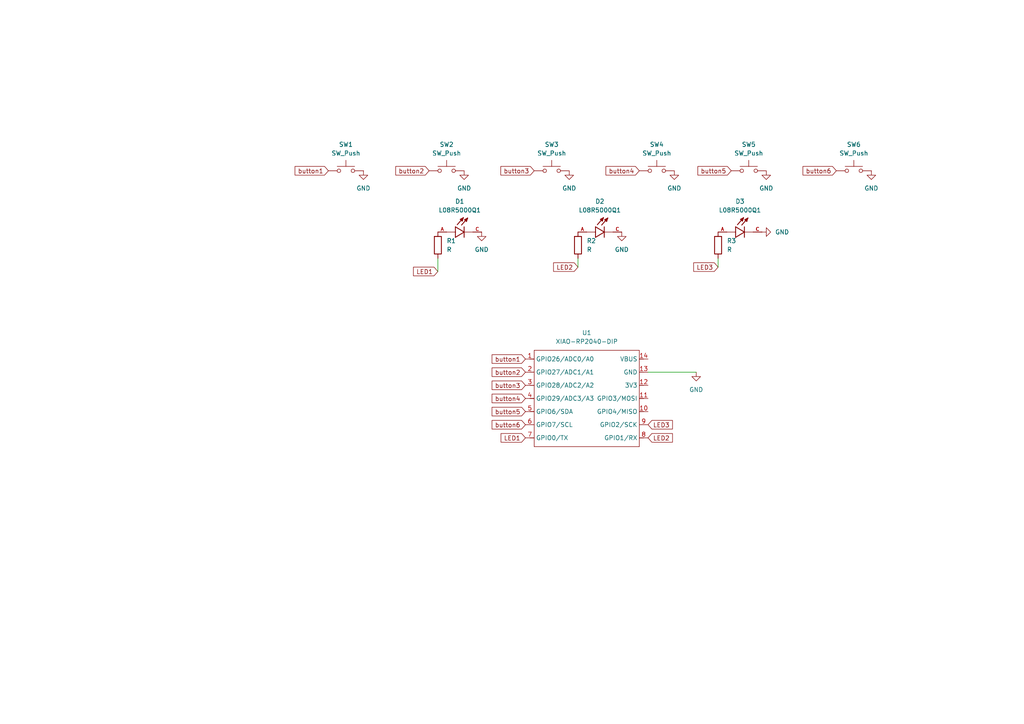
<source format=kicad_sch>
(kicad_sch
	(version 20250114)
	(generator "eeschema")
	(generator_version "9.0")
	(uuid "f60a7b3d-6eab-4da1-bfa8-a727d04b5d73")
	(paper "A4")
	(lib_symbols
		(symbol "Device:R"
			(pin_numbers
				(hide yes)
			)
			(pin_names
				(offset 0)
			)
			(exclude_from_sim no)
			(in_bom yes)
			(on_board yes)
			(property "Reference" "R"
				(at 2.032 0 90)
				(effects
					(font
						(size 1.27 1.27)
					)
				)
			)
			(property "Value" "R"
				(at 0 0 90)
				(effects
					(font
						(size 1.27 1.27)
					)
				)
			)
			(property "Footprint" ""
				(at -1.778 0 90)
				(effects
					(font
						(size 1.27 1.27)
					)
					(hide yes)
				)
			)
			(property "Datasheet" "~"
				(at 0 0 0)
				(effects
					(font
						(size 1.27 1.27)
					)
					(hide yes)
				)
			)
			(property "Description" "Resistor"
				(at 0 0 0)
				(effects
					(font
						(size 1.27 1.27)
					)
					(hide yes)
				)
			)
			(property "ki_keywords" "R res resistor"
				(at 0 0 0)
				(effects
					(font
						(size 1.27 1.27)
					)
					(hide yes)
				)
			)
			(property "ki_fp_filters" "R_*"
				(at 0 0 0)
				(effects
					(font
						(size 1.27 1.27)
					)
					(hide yes)
				)
			)
			(symbol "R_0_1"
				(rectangle
					(start -1.016 -2.54)
					(end 1.016 2.54)
					(stroke
						(width 0.254)
						(type default)
					)
					(fill
						(type none)
					)
				)
			)
			(symbol "R_1_1"
				(pin passive line
					(at 0 3.81 270)
					(length 1.27)
					(name "~"
						(effects
							(font
								(size 1.27 1.27)
							)
						)
					)
					(number "1"
						(effects
							(font
								(size 1.27 1.27)
							)
						)
					)
				)
				(pin passive line
					(at 0 -3.81 90)
					(length 1.27)
					(name "~"
						(effects
							(font
								(size 1.27 1.27)
							)
						)
					)
					(number "2"
						(effects
							(font
								(size 1.27 1.27)
							)
						)
					)
				)
			)
			(embedded_fonts no)
		)
		(symbol "L08R5000Q1:L08R5000Q1"
			(pin_names
				(offset 1.016)
			)
			(exclude_from_sim no)
			(in_bom yes)
			(on_board yes)
			(property "Reference" "D"
				(at -3.0988 4.4958 0)
				(effects
					(font
						(size 1.27 1.27)
					)
					(justify left bottom)
				)
			)
			(property "Value" "L08R5000Q1"
				(at -3.556 -3.302 0)
				(effects
					(font
						(size 1.27 1.27)
					)
					(justify left bottom)
				)
			)
			(property "Footprint" "L08R5000Q1:LEDRD254W57D500H1070"
				(at 0 0 0)
				(effects
					(font
						(size 1.27 1.27)
					)
					(justify bottom)
					(hide yes)
				)
			)
			(property "Datasheet" ""
				(at 0 0 0)
				(effects
					(font
						(size 1.27 1.27)
					)
					(hide yes)
				)
			)
			(property "Description" ""
				(at 0 0 0)
				(effects
					(font
						(size 1.27 1.27)
					)
					(hide yes)
				)
			)
			(property "MF" "LED Technology"
				(at 0 0 0)
				(effects
					(font
						(size 1.27 1.27)
					)
					(justify bottom)
					(hide yes)
				)
			)
			(property "MAXIMUM_PACKAGE_HEIGHT" "10.7mm"
				(at 0 0 0)
				(effects
					(font
						(size 1.27 1.27)
					)
					(justify bottom)
					(hide yes)
				)
			)
			(property "Package" "None"
				(at 0 0 0)
				(effects
					(font
						(size 1.27 1.27)
					)
					(justify bottom)
					(hide yes)
				)
			)
			(property "Price" "None"
				(at 0 0 0)
				(effects
					(font
						(size 1.27 1.27)
					)
					(justify bottom)
					(hide yes)
				)
			)
			(property "Check_prices" "https://www.snapeda.com/parts/L08R5000Q1/LED+Technology/view-part/?ref=eda"
				(at 0 0 0)
				(effects
					(font
						(size 1.27 1.27)
					)
					(justify bottom)
					(hide yes)
				)
			)
			(property "STANDARD" "IPC-7351B"
				(at 0 0 0)
				(effects
					(font
						(size 1.27 1.27)
					)
					(justify bottom)
					(hide yes)
				)
			)
			(property "PARTREV" "NA"
				(at 0 0 0)
				(effects
					(font
						(size 1.27 1.27)
					)
					(justify bottom)
					(hide yes)
				)
			)
			(property "SnapEDA_Link" "https://www.snapeda.com/parts/L08R5000Q1/LED+Technology/view-part/?ref=snap"
				(at 0 0 0)
				(effects
					(font
						(size 1.27 1.27)
					)
					(justify bottom)
					(hide yes)
				)
			)
			(property "MP" "L08R5000Q1"
				(at 0 0 0)
				(effects
					(font
						(size 1.27 1.27)
					)
					(justify bottom)
					(hide yes)
				)
			)
			(property "Description_1" "LED, 5MM, ORANGE; LED / Lamp Size: 5mm / T-1 3/4; LED Colour: Orange; Typ Luminous Intensity: 4.3mcd; Viewing Angle: ..."
				(at 0 0 0)
				(effects
					(font
						(size 1.27 1.27)
					)
					(justify bottom)
					(hide yes)
				)
			)
			(property "Availability" "Not in stock"
				(at 0 0 0)
				(effects
					(font
						(size 1.27 1.27)
					)
					(justify bottom)
					(hide yes)
				)
			)
			(property "MANUFACTURER" "LED TECHNOLOGY"
				(at 0 0 0)
				(effects
					(font
						(size 1.27 1.27)
					)
					(justify bottom)
					(hide yes)
				)
			)
			(symbol "L08R5000Q1_0_0"
				(polyline
					(pts
						(xy -2.54 1.524) (xy -2.54 0)
					)
					(stroke
						(width 0.254)
						(type default)
					)
					(fill
						(type none)
					)
				)
				(polyline
					(pts
						(xy -2.54 0) (xy -5.08 0)
					)
					(stroke
						(width 0.1524)
						(type default)
					)
					(fill
						(type none)
					)
				)
				(polyline
					(pts
						(xy -2.54 0) (xy -2.54 -1.524)
					)
					(stroke
						(width 0.254)
						(type default)
					)
					(fill
						(type none)
					)
				)
				(polyline
					(pts
						(xy -2.54 -1.524) (xy 0 0)
					)
					(stroke
						(width 0.254)
						(type default)
					)
					(fill
						(type none)
					)
				)
				(polyline
					(pts
						(xy -1.1176 3.683) (xy -0.2286 4.1656)
					)
					(stroke
						(width 0.254)
						(type default)
					)
					(fill
						(type none)
					)
				)
				(polyline
					(pts
						(xy -0.9398 3.6068) (xy -0.7112 3.7592)
					)
					(stroke
						(width 0.254)
						(type default)
					)
					(fill
						(type none)
					)
				)
				(polyline
					(pts
						(xy -0.5588 3.2004) (xy -1.1176 3.683)
					)
					(stroke
						(width 0.254)
						(type default)
					)
					(fill
						(type none)
					)
				)
				(polyline
					(pts
						(xy -0.5588 3.2004) (xy -0.5334 3.937)
					)
					(stroke
						(width 0.254)
						(type default)
					)
					(fill
						(type none)
					)
				)
				(polyline
					(pts
						(xy -0.5334 3.937) (xy -0.6604 3.937)
					)
					(stroke
						(width 0.254)
						(type default)
					)
					(fill
						(type none)
					)
				)
				(polyline
					(pts
						(xy -0.2286 4.1656) (xy -2.0066 2.1336)
					)
					(stroke
						(width 0.254)
						(type default)
					)
					(fill
						(type none)
					)
				)
				(polyline
					(pts
						(xy -0.2286 4.1656) (xy -0.5588 3.2004)
					)
					(stroke
						(width 0.254)
						(type default)
					)
					(fill
						(type none)
					)
				)
				(polyline
					(pts
						(xy 0 1.524) (xy 0 0)
					)
					(stroke
						(width 0.254)
						(type default)
					)
					(fill
						(type none)
					)
				)
				(polyline
					(pts
						(xy 0 0) (xy -2.54 1.524)
					)
					(stroke
						(width 0.254)
						(type default)
					)
					(fill
						(type none)
					)
				)
				(polyline
					(pts
						(xy 0 0) (xy 0 -1.524)
					)
					(stroke
						(width 0.254)
						(type default)
					)
					(fill
						(type none)
					)
				)
				(polyline
					(pts
						(xy 0.127 3.5814) (xy 1.016 4.064)
					)
					(stroke
						(width 0.254)
						(type default)
					)
					(fill
						(type none)
					)
				)
				(polyline
					(pts
						(xy 0.3048 3.5052) (xy 0.5334 3.6576)
					)
					(stroke
						(width 0.254)
						(type default)
					)
					(fill
						(type none)
					)
				)
				(polyline
					(pts
						(xy 0.6858 3.0988) (xy 0.127 3.5814)
					)
					(stroke
						(width 0.254)
						(type default)
					)
					(fill
						(type none)
					)
				)
				(polyline
					(pts
						(xy 0.6858 3.0988) (xy 0.7112 3.8354)
					)
					(stroke
						(width 0.254)
						(type default)
					)
					(fill
						(type none)
					)
				)
				(polyline
					(pts
						(xy 0.7112 3.8354) (xy 0.5842 3.8354)
					)
					(stroke
						(width 0.254)
						(type default)
					)
					(fill
						(type none)
					)
				)
				(polyline
					(pts
						(xy 1.016 4.064) (xy -0.762 2.032)
					)
					(stroke
						(width 0.254)
						(type default)
					)
					(fill
						(type none)
					)
				)
				(polyline
					(pts
						(xy 1.016 4.064) (xy 0.6858 3.0988)
					)
					(stroke
						(width 0.254)
						(type default)
					)
					(fill
						(type none)
					)
				)
				(polyline
					(pts
						(xy 2.54 0) (xy 0 0)
					)
					(stroke
						(width 0.1524)
						(type default)
					)
					(fill
						(type none)
					)
				)
				(pin passive line
					(at -7.62 0 0)
					(length 2.54)
					(name "~"
						(effects
							(font
								(size 1.016 1.016)
							)
						)
					)
					(number "A"
						(effects
							(font
								(size 1.016 1.016)
							)
						)
					)
				)
				(pin passive line
					(at 5.08 0 180)
					(length 2.54)
					(name "~"
						(effects
							(font
								(size 1.016 1.016)
							)
						)
					)
					(number "C"
						(effects
							(font
								(size 1.016 1.016)
							)
						)
					)
				)
			)
			(embedded_fonts no)
		)
		(symbol "Seeed_Studio_XIAO_Series:XIAO-RP2040-DIP"
			(exclude_from_sim no)
			(in_bom yes)
			(on_board yes)
			(property "Reference" "U"
				(at 0 0 0)
				(effects
					(font
						(size 1.27 1.27)
					)
				)
			)
			(property "Value" "XIAO-RP2040-DIP"
				(at 5.334 -1.778 0)
				(effects
					(font
						(size 1.27 1.27)
					)
				)
			)
			(property "Footprint" "Module:MOUDLE14P-XIAO-DIP-SMD"
				(at 14.478 -32.258 0)
				(effects
					(font
						(size 1.27 1.27)
					)
					(hide yes)
				)
			)
			(property "Datasheet" ""
				(at 0 0 0)
				(effects
					(font
						(size 1.27 1.27)
					)
					(hide yes)
				)
			)
			(property "Description" ""
				(at 0 0 0)
				(effects
					(font
						(size 1.27 1.27)
					)
					(hide yes)
				)
			)
			(symbol "XIAO-RP2040-DIP_1_0"
				(polyline
					(pts
						(xy -1.27 -2.54) (xy 29.21 -2.54)
					)
					(stroke
						(width 0.1524)
						(type solid)
					)
					(fill
						(type none)
					)
				)
				(polyline
					(pts
						(xy -1.27 -5.08) (xy -2.54 -5.08)
					)
					(stroke
						(width 0.1524)
						(type solid)
					)
					(fill
						(type none)
					)
				)
				(polyline
					(pts
						(xy -1.27 -5.08) (xy -1.27 -2.54)
					)
					(stroke
						(width 0.1524)
						(type solid)
					)
					(fill
						(type none)
					)
				)
				(polyline
					(pts
						(xy -1.27 -8.89) (xy -2.54 -8.89)
					)
					(stroke
						(width 0.1524)
						(type solid)
					)
					(fill
						(type none)
					)
				)
				(polyline
					(pts
						(xy -1.27 -8.89) (xy -1.27 -5.08)
					)
					(stroke
						(width 0.1524)
						(type solid)
					)
					(fill
						(type none)
					)
				)
				(polyline
					(pts
						(xy -1.27 -12.7) (xy -2.54 -12.7)
					)
					(stroke
						(width 0.1524)
						(type solid)
					)
					(fill
						(type none)
					)
				)
				(polyline
					(pts
						(xy -1.27 -12.7) (xy -1.27 -8.89)
					)
					(stroke
						(width 0.1524)
						(type solid)
					)
					(fill
						(type none)
					)
				)
				(polyline
					(pts
						(xy -1.27 -16.51) (xy -2.54 -16.51)
					)
					(stroke
						(width 0.1524)
						(type solid)
					)
					(fill
						(type none)
					)
				)
				(polyline
					(pts
						(xy -1.27 -16.51) (xy -1.27 -12.7)
					)
					(stroke
						(width 0.1524)
						(type solid)
					)
					(fill
						(type none)
					)
				)
				(polyline
					(pts
						(xy -1.27 -20.32) (xy -2.54 -20.32)
					)
					(stroke
						(width 0.1524)
						(type solid)
					)
					(fill
						(type none)
					)
				)
				(polyline
					(pts
						(xy -1.27 -24.13) (xy -2.54 -24.13)
					)
					(stroke
						(width 0.1524)
						(type solid)
					)
					(fill
						(type none)
					)
				)
				(polyline
					(pts
						(xy -1.27 -27.94) (xy -2.54 -27.94)
					)
					(stroke
						(width 0.1524)
						(type solid)
					)
					(fill
						(type none)
					)
				)
				(polyline
					(pts
						(xy -1.27 -30.48) (xy -1.27 -16.51)
					)
					(stroke
						(width 0.1524)
						(type solid)
					)
					(fill
						(type none)
					)
				)
				(polyline
					(pts
						(xy 29.21 -2.54) (xy 29.21 -5.08)
					)
					(stroke
						(width 0.1524)
						(type solid)
					)
					(fill
						(type none)
					)
				)
				(polyline
					(pts
						(xy 29.21 -5.08) (xy 29.21 -8.89)
					)
					(stroke
						(width 0.1524)
						(type solid)
					)
					(fill
						(type none)
					)
				)
				(polyline
					(pts
						(xy 29.21 -8.89) (xy 29.21 -12.7)
					)
					(stroke
						(width 0.1524)
						(type solid)
					)
					(fill
						(type none)
					)
				)
				(polyline
					(pts
						(xy 29.21 -12.7) (xy 29.21 -30.48)
					)
					(stroke
						(width 0.1524)
						(type solid)
					)
					(fill
						(type none)
					)
				)
				(polyline
					(pts
						(xy 29.21 -30.48) (xy -1.27 -30.48)
					)
					(stroke
						(width 0.1524)
						(type solid)
					)
					(fill
						(type none)
					)
				)
				(polyline
					(pts
						(xy 30.48 -5.08) (xy 29.21 -5.08)
					)
					(stroke
						(width 0.1524)
						(type solid)
					)
					(fill
						(type none)
					)
				)
				(polyline
					(pts
						(xy 30.48 -8.89) (xy 29.21 -8.89)
					)
					(stroke
						(width 0.1524)
						(type solid)
					)
					(fill
						(type none)
					)
				)
				(polyline
					(pts
						(xy 30.48 -12.7) (xy 29.21 -12.7)
					)
					(stroke
						(width 0.1524)
						(type solid)
					)
					(fill
						(type none)
					)
				)
				(polyline
					(pts
						(xy 30.48 -16.51) (xy 29.21 -16.51)
					)
					(stroke
						(width 0.1524)
						(type solid)
					)
					(fill
						(type none)
					)
				)
				(polyline
					(pts
						(xy 30.48 -20.32) (xy 29.21 -20.32)
					)
					(stroke
						(width 0.1524)
						(type solid)
					)
					(fill
						(type none)
					)
				)
				(polyline
					(pts
						(xy 30.48 -24.13) (xy 29.21 -24.13)
					)
					(stroke
						(width 0.1524)
						(type solid)
					)
					(fill
						(type none)
					)
				)
				(polyline
					(pts
						(xy 30.48 -27.94) (xy 29.21 -27.94)
					)
					(stroke
						(width 0.1524)
						(type solid)
					)
					(fill
						(type none)
					)
				)
				(pin passive line
					(at -3.81 -5.08 0)
					(length 2.54)
					(name "GPIO26/ADC0/A0"
						(effects
							(font
								(size 1.27 1.27)
							)
						)
					)
					(number "1"
						(effects
							(font
								(size 1.27 1.27)
							)
						)
					)
				)
				(pin passive line
					(at -3.81 -8.89 0)
					(length 2.54)
					(name "GPIO27/ADC1/A1"
						(effects
							(font
								(size 1.27 1.27)
							)
						)
					)
					(number "2"
						(effects
							(font
								(size 1.27 1.27)
							)
						)
					)
				)
				(pin passive line
					(at -3.81 -12.7 0)
					(length 2.54)
					(name "GPIO28/ADC2/A2"
						(effects
							(font
								(size 1.27 1.27)
							)
						)
					)
					(number "3"
						(effects
							(font
								(size 1.27 1.27)
							)
						)
					)
				)
				(pin passive line
					(at -3.81 -16.51 0)
					(length 2.54)
					(name "GPIO29/ADC3/A3"
						(effects
							(font
								(size 1.27 1.27)
							)
						)
					)
					(number "4"
						(effects
							(font
								(size 1.27 1.27)
							)
						)
					)
				)
				(pin passive line
					(at -3.81 -20.32 0)
					(length 2.54)
					(name "GPIO6/SDA"
						(effects
							(font
								(size 1.27 1.27)
							)
						)
					)
					(number "5"
						(effects
							(font
								(size 1.27 1.27)
							)
						)
					)
				)
				(pin passive line
					(at -3.81 -24.13 0)
					(length 2.54)
					(name "GPIO7/SCL"
						(effects
							(font
								(size 1.27 1.27)
							)
						)
					)
					(number "6"
						(effects
							(font
								(size 1.27 1.27)
							)
						)
					)
				)
				(pin passive line
					(at -3.81 -27.94 0)
					(length 2.54)
					(name "GPIO0/TX"
						(effects
							(font
								(size 1.27 1.27)
							)
						)
					)
					(number "7"
						(effects
							(font
								(size 1.27 1.27)
							)
						)
					)
				)
				(pin passive line
					(at 31.75 -5.08 180)
					(length 2.54)
					(name "VBUS"
						(effects
							(font
								(size 1.27 1.27)
							)
						)
					)
					(number "14"
						(effects
							(font
								(size 1.27 1.27)
							)
						)
					)
				)
				(pin passive line
					(at 31.75 -8.89 180)
					(length 2.54)
					(name "GND"
						(effects
							(font
								(size 1.27 1.27)
							)
						)
					)
					(number "13"
						(effects
							(font
								(size 1.27 1.27)
							)
						)
					)
				)
				(pin passive line
					(at 31.75 -12.7 180)
					(length 2.54)
					(name "3V3"
						(effects
							(font
								(size 1.27 1.27)
							)
						)
					)
					(number "12"
						(effects
							(font
								(size 1.27 1.27)
							)
						)
					)
				)
				(pin passive line
					(at 31.75 -16.51 180)
					(length 2.54)
					(name "GPIO3/MOSI"
						(effects
							(font
								(size 1.27 1.27)
							)
						)
					)
					(number "11"
						(effects
							(font
								(size 1.27 1.27)
							)
						)
					)
				)
				(pin passive line
					(at 31.75 -20.32 180)
					(length 2.54)
					(name "GPIO4/MISO"
						(effects
							(font
								(size 1.27 1.27)
							)
						)
					)
					(number "10"
						(effects
							(font
								(size 1.27 1.27)
							)
						)
					)
				)
				(pin passive line
					(at 31.75 -24.13 180)
					(length 2.54)
					(name "GPIO2/SCK"
						(effects
							(font
								(size 1.27 1.27)
							)
						)
					)
					(number "9"
						(effects
							(font
								(size 1.27 1.27)
							)
						)
					)
				)
				(pin passive line
					(at 31.75 -27.94 180)
					(length 2.54)
					(name "GPIO1/RX"
						(effects
							(font
								(size 1.27 1.27)
							)
						)
					)
					(number "8"
						(effects
							(font
								(size 1.27 1.27)
							)
						)
					)
				)
			)
			(embedded_fonts no)
		)
		(symbol "Switch:SW_Push"
			(pin_numbers
				(hide yes)
			)
			(pin_names
				(offset 1.016)
				(hide yes)
			)
			(exclude_from_sim no)
			(in_bom yes)
			(on_board yes)
			(property "Reference" "SW"
				(at 1.27 2.54 0)
				(effects
					(font
						(size 1.27 1.27)
					)
					(justify left)
				)
			)
			(property "Value" "SW_Push"
				(at 0 -1.524 0)
				(effects
					(font
						(size 1.27 1.27)
					)
				)
			)
			(property "Footprint" ""
				(at 0 5.08 0)
				(effects
					(font
						(size 1.27 1.27)
					)
					(hide yes)
				)
			)
			(property "Datasheet" "~"
				(at 0 5.08 0)
				(effects
					(font
						(size 1.27 1.27)
					)
					(hide yes)
				)
			)
			(property "Description" "Push button switch, generic, two pins"
				(at 0 0 0)
				(effects
					(font
						(size 1.27 1.27)
					)
					(hide yes)
				)
			)
			(property "ki_keywords" "switch normally-open pushbutton push-button"
				(at 0 0 0)
				(effects
					(font
						(size 1.27 1.27)
					)
					(hide yes)
				)
			)
			(symbol "SW_Push_0_1"
				(circle
					(center -2.032 0)
					(radius 0.508)
					(stroke
						(width 0)
						(type default)
					)
					(fill
						(type none)
					)
				)
				(polyline
					(pts
						(xy 0 1.27) (xy 0 3.048)
					)
					(stroke
						(width 0)
						(type default)
					)
					(fill
						(type none)
					)
				)
				(circle
					(center 2.032 0)
					(radius 0.508)
					(stroke
						(width 0)
						(type default)
					)
					(fill
						(type none)
					)
				)
				(polyline
					(pts
						(xy 2.54 1.27) (xy -2.54 1.27)
					)
					(stroke
						(width 0)
						(type default)
					)
					(fill
						(type none)
					)
				)
				(pin passive line
					(at -5.08 0 0)
					(length 2.54)
					(name "1"
						(effects
							(font
								(size 1.27 1.27)
							)
						)
					)
					(number "1"
						(effects
							(font
								(size 1.27 1.27)
							)
						)
					)
				)
				(pin passive line
					(at 5.08 0 180)
					(length 2.54)
					(name "2"
						(effects
							(font
								(size 1.27 1.27)
							)
						)
					)
					(number "2"
						(effects
							(font
								(size 1.27 1.27)
							)
						)
					)
				)
			)
			(embedded_fonts no)
		)
		(symbol "power:GND"
			(power)
			(pin_numbers
				(hide yes)
			)
			(pin_names
				(offset 0)
				(hide yes)
			)
			(exclude_from_sim no)
			(in_bom yes)
			(on_board yes)
			(property "Reference" "#PWR"
				(at 0 -6.35 0)
				(effects
					(font
						(size 1.27 1.27)
					)
					(hide yes)
				)
			)
			(property "Value" "GND"
				(at 0 -3.81 0)
				(effects
					(font
						(size 1.27 1.27)
					)
				)
			)
			(property "Footprint" ""
				(at 0 0 0)
				(effects
					(font
						(size 1.27 1.27)
					)
					(hide yes)
				)
			)
			(property "Datasheet" ""
				(at 0 0 0)
				(effects
					(font
						(size 1.27 1.27)
					)
					(hide yes)
				)
			)
			(property "Description" "Power symbol creates a global label with name \"GND\" , ground"
				(at 0 0 0)
				(effects
					(font
						(size 1.27 1.27)
					)
					(hide yes)
				)
			)
			(property "ki_keywords" "global power"
				(at 0 0 0)
				(effects
					(font
						(size 1.27 1.27)
					)
					(hide yes)
				)
			)
			(symbol "GND_0_1"
				(polyline
					(pts
						(xy 0 0) (xy 0 -1.27) (xy 1.27 -1.27) (xy 0 -2.54) (xy -1.27 -1.27) (xy 0 -1.27)
					)
					(stroke
						(width 0)
						(type default)
					)
					(fill
						(type none)
					)
				)
			)
			(symbol "GND_1_1"
				(pin power_in line
					(at 0 0 270)
					(length 0)
					(name "~"
						(effects
							(font
								(size 1.27 1.27)
							)
						)
					)
					(number "1"
						(effects
							(font
								(size 1.27 1.27)
							)
						)
					)
				)
			)
			(embedded_fonts no)
		)
	)
	(wire
		(pts
			(xy 208.28 77.47) (xy 208.28 74.93)
		)
		(stroke
			(width 0)
			(type default)
		)
		(uuid "2c5396a9-a5a7-4dd8-82e4-9595fb6e3435")
	)
	(wire
		(pts
			(xy 167.64 77.47) (xy 167.64 74.93)
		)
		(stroke
			(width 0)
			(type default)
		)
		(uuid "53a97ba8-bd70-4a4e-b9ef-72d587626a3e")
	)
	(wire
		(pts
			(xy 201.93 107.95) (xy 187.96 107.95)
		)
		(stroke
			(width 0)
			(type default)
		)
		(uuid "93de8633-0c53-487a-bbeb-941912a3db5a")
	)
	(wire
		(pts
			(xy 127 78.74) (xy 127 74.93)
		)
		(stroke
			(width 0)
			(type default)
		)
		(uuid "bf024f61-00c9-4673-9816-d34d24569139")
	)
	(global_label "button2"
		(shape input)
		(at 124.46 49.53 180)
		(fields_autoplaced yes)
		(effects
			(font
				(size 1.27 1.27)
			)
			(justify right)
		)
		(uuid "02b84bb4-0660-461d-9fd8-fda8216c94bc")
		(property "Intersheetrefs" "${INTERSHEET_REFS}"
			(at 114.2179 49.53 0)
			(effects
				(font
					(size 1.27 1.27)
				)
				(justify right)
				(hide yes)
			)
		)
	)
	(global_label "LED3"
		(shape input)
		(at 187.96 123.19 0)
		(fields_autoplaced yes)
		(effects
			(font
				(size 1.27 1.27)
			)
			(justify left)
		)
		(uuid "042d9149-13bc-48a5-a03b-19c8780436c4")
		(property "Intersheetrefs" "${INTERSHEET_REFS}"
			(at 195.6018 123.19 0)
			(effects
				(font
					(size 1.27 1.27)
				)
				(justify left)
				(hide yes)
			)
		)
	)
	(global_label "LED2"
		(shape input)
		(at 167.64 77.47 180)
		(fields_autoplaced yes)
		(effects
			(font
				(size 1.27 1.27)
			)
			(justify right)
		)
		(uuid "0ee11381-83f8-4936-927a-15f1304fea29")
		(property "Intersheetrefs" "${INTERSHEET_REFS}"
			(at 159.9982 77.47 0)
			(effects
				(font
					(size 1.27 1.27)
				)
				(justify right)
				(hide yes)
			)
		)
	)
	(global_label "button6"
		(shape input)
		(at 242.57 49.53 180)
		(fields_autoplaced yes)
		(effects
			(font
				(size 1.27 1.27)
			)
			(justify right)
		)
		(uuid "13cf482f-f41a-4cb5-95aa-b1e0af2e127d")
		(property "Intersheetrefs" "${INTERSHEET_REFS}"
			(at 232.3279 49.53 0)
			(effects
				(font
					(size 1.27 1.27)
				)
				(justify right)
				(hide yes)
			)
		)
	)
	(global_label "button6"
		(shape input)
		(at 152.4 123.19 180)
		(fields_autoplaced yes)
		(effects
			(font
				(size 1.27 1.27)
			)
			(justify right)
		)
		(uuid "2453e3f1-c5dd-496d-b662-cafac14d471e")
		(property "Intersheetrefs" "${INTERSHEET_REFS}"
			(at 142.1579 123.19 0)
			(effects
				(font
					(size 1.27 1.27)
				)
				(justify right)
				(hide yes)
			)
		)
	)
	(global_label "LED1"
		(shape input)
		(at 152.4 127 180)
		(fields_autoplaced yes)
		(effects
			(font
				(size 1.27 1.27)
			)
			(justify right)
		)
		(uuid "2667025c-5d56-49d2-9d7c-6cca8fb1b17c")
		(property "Intersheetrefs" "${INTERSHEET_REFS}"
			(at 144.7582 127 0)
			(effects
				(font
					(size 1.27 1.27)
				)
				(justify right)
				(hide yes)
			)
		)
	)
	(global_label "LED3"
		(shape input)
		(at 208.28 77.47 180)
		(fields_autoplaced yes)
		(effects
			(font
				(size 1.27 1.27)
			)
			(justify right)
		)
		(uuid "45102f05-fe12-4eea-8b74-05abaa1aae5b")
		(property "Intersheetrefs" "${INTERSHEET_REFS}"
			(at 200.6382 77.47 0)
			(effects
				(font
					(size 1.27 1.27)
				)
				(justify right)
				(hide yes)
			)
		)
	)
	(global_label "button3"
		(shape input)
		(at 152.4 111.76 180)
		(fields_autoplaced yes)
		(effects
			(font
				(size 1.27 1.27)
			)
			(justify right)
		)
		(uuid "56edf6b5-37a6-4cd6-819c-9d8df5692727")
		(property "Intersheetrefs" "${INTERSHEET_REFS}"
			(at 142.1579 111.76 0)
			(effects
				(font
					(size 1.27 1.27)
				)
				(justify right)
				(hide yes)
			)
		)
	)
	(global_label "button4"
		(shape input)
		(at 152.4 115.57 180)
		(fields_autoplaced yes)
		(effects
			(font
				(size 1.27 1.27)
			)
			(justify right)
		)
		(uuid "6d3e5271-2475-4053-b456-2315c8b9c951")
		(property "Intersheetrefs" "${INTERSHEET_REFS}"
			(at 142.1579 115.57 0)
			(effects
				(font
					(size 1.27 1.27)
				)
				(justify right)
				(hide yes)
			)
		)
	)
	(global_label "button1"
		(shape input)
		(at 95.25 49.53 180)
		(fields_autoplaced yes)
		(effects
			(font
				(size 1.27 1.27)
			)
			(justify right)
		)
		(uuid "7c050213-3683-4dc7-874f-7c94c4002f1e")
		(property "Intersheetrefs" "${INTERSHEET_REFS}"
			(at 85.0079 49.53 0)
			(effects
				(font
					(size 1.27 1.27)
				)
				(justify right)
				(hide yes)
			)
		)
	)
	(global_label "button4"
		(shape input)
		(at 185.42 49.53 180)
		(fields_autoplaced yes)
		(effects
			(font
				(size 1.27 1.27)
			)
			(justify right)
		)
		(uuid "89089168-a1cc-4553-a46e-735208543665")
		(property "Intersheetrefs" "${INTERSHEET_REFS}"
			(at 175.1779 49.53 0)
			(effects
				(font
					(size 1.27 1.27)
				)
				(justify right)
				(hide yes)
			)
		)
	)
	(global_label "button5"
		(shape input)
		(at 152.4 119.38 180)
		(fields_autoplaced yes)
		(effects
			(font
				(size 1.27 1.27)
			)
			(justify right)
		)
		(uuid "9b384f15-4631-42a2-9279-ece9c601b759")
		(property "Intersheetrefs" "${INTERSHEET_REFS}"
			(at 142.1579 119.38 0)
			(effects
				(font
					(size 1.27 1.27)
				)
				(justify right)
				(hide yes)
			)
		)
	)
	(global_label "button2"
		(shape input)
		(at 152.4 107.95 180)
		(fields_autoplaced yes)
		(effects
			(font
				(size 1.27 1.27)
			)
			(justify right)
		)
		(uuid "a99399fa-7b6d-4fba-8832-d93e529e8ecf")
		(property "Intersheetrefs" "${INTERSHEET_REFS}"
			(at 142.1579 107.95 0)
			(effects
				(font
					(size 1.27 1.27)
				)
				(justify right)
				(hide yes)
			)
		)
	)
	(global_label "button5"
		(shape input)
		(at 212.09 49.53 180)
		(fields_autoplaced yes)
		(effects
			(font
				(size 1.27 1.27)
			)
			(justify right)
		)
		(uuid "adff74ba-71df-4dfb-b2b1-5db18f38d09c")
		(property "Intersheetrefs" "${INTERSHEET_REFS}"
			(at 201.8479 49.53 0)
			(effects
				(font
					(size 1.27 1.27)
				)
				(justify right)
				(hide yes)
			)
		)
	)
	(global_label "button3"
		(shape input)
		(at 154.94 49.53 180)
		(fields_autoplaced yes)
		(effects
			(font
				(size 1.27 1.27)
			)
			(justify right)
		)
		(uuid "c59e89b8-43ac-43bd-b284-1a5f365a674c")
		(property "Intersheetrefs" "${INTERSHEET_REFS}"
			(at 144.6979 49.53 0)
			(effects
				(font
					(size 1.27 1.27)
				)
				(justify right)
				(hide yes)
			)
		)
	)
	(global_label "LED2"
		(shape input)
		(at 187.96 127 0)
		(fields_autoplaced yes)
		(effects
			(font
				(size 1.27 1.27)
			)
			(justify left)
		)
		(uuid "c935c8f9-c4d9-4a60-b1c7-ed828d9e9892")
		(property "Intersheetrefs" "${INTERSHEET_REFS}"
			(at 195.6018 127 0)
			(effects
				(font
					(size 1.27 1.27)
				)
				(justify left)
				(hide yes)
			)
		)
	)
	(global_label "button1"
		(shape input)
		(at 152.4 104.14 180)
		(fields_autoplaced yes)
		(effects
			(font
				(size 1.27 1.27)
			)
			(justify right)
		)
		(uuid "d2c98324-e0f0-4aaf-b23c-df2471eb59ac")
		(property "Intersheetrefs" "${INTERSHEET_REFS}"
			(at 142.1579 104.14 0)
			(effects
				(font
					(size 1.27 1.27)
				)
				(justify right)
				(hide yes)
			)
		)
	)
	(global_label "LED1"
		(shape input)
		(at 127 78.74 180)
		(fields_autoplaced yes)
		(effects
			(font
				(size 1.27 1.27)
			)
			(justify right)
		)
		(uuid "f3e47a7d-03f9-4f52-a65e-e0cdc7ab673d")
		(property "Intersheetrefs" "${INTERSHEET_REFS}"
			(at 119.3582 78.74 0)
			(effects
				(font
					(size 1.27 1.27)
				)
				(justify right)
				(hide yes)
			)
		)
	)
	(symbol
		(lib_id "power:GND")
		(at 220.98 67.31 90)
		(unit 1)
		(exclude_from_sim no)
		(in_bom yes)
		(on_board yes)
		(dnp no)
		(fields_autoplaced yes)
		(uuid "171c5464-8834-476b-8d06-4141e7d41041")
		(property "Reference" "#PWR09"
			(at 227.33 67.31 0)
			(effects
				(font
					(size 1.27 1.27)
				)
				(hide yes)
			)
		)
		(property "Value" "GND"
			(at 224.79 67.3099 90)
			(effects
				(font
					(size 1.27 1.27)
				)
				(justify right)
			)
		)
		(property "Footprint" ""
			(at 220.98 67.31 0)
			(effects
				(font
					(size 1.27 1.27)
				)
				(hide yes)
			)
		)
		(property "Datasheet" ""
			(at 220.98 67.31 0)
			(effects
				(font
					(size 1.27 1.27)
				)
				(hide yes)
			)
		)
		(property "Description" "Power symbol creates a global label with name \"GND\" , ground"
			(at 220.98 67.31 0)
			(effects
				(font
					(size 1.27 1.27)
				)
				(hide yes)
			)
		)
		(pin "1"
			(uuid "90d0b6fd-b2fc-40d8-bf0a-adc2ca223776")
		)
		(instances
			(project ""
				(path "/f60a7b3d-6eab-4da1-bfa8-a727d04b5d73"
					(reference "#PWR09")
					(unit 1)
				)
			)
		)
	)
	(symbol
		(lib_id "Switch:SW_Push")
		(at 100.33 49.53 0)
		(unit 1)
		(exclude_from_sim no)
		(in_bom yes)
		(on_board yes)
		(dnp no)
		(uuid "172f49f9-f121-4426-9dd2-6b24aada2bd0")
		(property "Reference" "SW1"
			(at 100.33 41.91 0)
			(effects
				(font
					(size 1.27 1.27)
				)
			)
		)
		(property "Value" "SW_Push"
			(at 100.33 44.45 0)
			(effects
				(font
					(size 1.27 1.27)
				)
			)
		)
		(property "Footprint" ""
			(at 100.33 44.45 0)
			(effects
				(font
					(size 1.27 1.27)
				)
				(hide yes)
			)
		)
		(property "Datasheet" "~"
			(at 100.33 44.45 0)
			(effects
				(font
					(size 1.27 1.27)
				)
				(hide yes)
			)
		)
		(property "Description" "Push button switch, generic, two pins"
			(at 100.33 49.53 0)
			(effects
				(font
					(size 1.27 1.27)
				)
				(hide yes)
			)
		)
		(pin "1"
			(uuid "4547fbb4-31e5-4146-a99a-8ffc1a51ab18")
		)
		(pin "2"
			(uuid "caa95da6-fd1f-4450-a408-b73040614b95")
		)
		(instances
			(project ""
				(path "/f60a7b3d-6eab-4da1-bfa8-a727d04b5d73"
					(reference "SW1")
					(unit 1)
				)
			)
		)
	)
	(symbol
		(lib_id "Switch:SW_Push")
		(at 247.65 49.53 0)
		(unit 1)
		(exclude_from_sim no)
		(in_bom yes)
		(on_board yes)
		(dnp no)
		(fields_autoplaced yes)
		(uuid "1a2eb125-8f6c-41d4-a141-94cd716c3d67")
		(property "Reference" "SW6"
			(at 247.65 41.91 0)
			(effects
				(font
					(size 1.27 1.27)
				)
			)
		)
		(property "Value" "SW_Push"
			(at 247.65 44.45 0)
			(effects
				(font
					(size 1.27 1.27)
				)
			)
		)
		(property "Footprint" ""
			(at 247.65 44.45 0)
			(effects
				(font
					(size 1.27 1.27)
				)
				(hide yes)
			)
		)
		(property "Datasheet" "~"
			(at 247.65 44.45 0)
			(effects
				(font
					(size 1.27 1.27)
				)
				(hide yes)
			)
		)
		(property "Description" "Push button switch, generic, two pins"
			(at 247.65 49.53 0)
			(effects
				(font
					(size 1.27 1.27)
				)
				(hide yes)
			)
		)
		(pin "2"
			(uuid "5588525e-7181-458c-a338-f75577e10faf")
		)
		(pin "1"
			(uuid "ad70e5ce-e60b-40a4-8ef5-94a91ee7ec54")
		)
		(instances
			(project ""
				(path "/f60a7b3d-6eab-4da1-bfa8-a727d04b5d73"
					(reference "SW6")
					(unit 1)
				)
			)
		)
	)
	(symbol
		(lib_id "Switch:SW_Push")
		(at 217.17 49.53 0)
		(unit 1)
		(exclude_from_sim no)
		(in_bom yes)
		(on_board yes)
		(dnp no)
		(fields_autoplaced yes)
		(uuid "27a7b05c-cd2e-470d-a651-b2fc0dcad390")
		(property "Reference" "SW5"
			(at 217.17 41.91 0)
			(effects
				(font
					(size 1.27 1.27)
				)
			)
		)
		(property "Value" "SW_Push"
			(at 217.17 44.45 0)
			(effects
				(font
					(size 1.27 1.27)
				)
			)
		)
		(property "Footprint" ""
			(at 217.17 44.45 0)
			(effects
				(font
					(size 1.27 1.27)
				)
				(hide yes)
			)
		)
		(property "Datasheet" "~"
			(at 217.17 44.45 0)
			(effects
				(font
					(size 1.27 1.27)
				)
				(hide yes)
			)
		)
		(property "Description" "Push button switch, generic, two pins"
			(at 217.17 49.53 0)
			(effects
				(font
					(size 1.27 1.27)
				)
				(hide yes)
			)
		)
		(pin "1"
			(uuid "5765df96-8e1b-4e0f-8d9d-a84830880c52")
		)
		(pin "2"
			(uuid "64fb7a7c-cfe7-481a-a8ac-662243611e08")
		)
		(instances
			(project ""
				(path "/f60a7b3d-6eab-4da1-bfa8-a727d04b5d73"
					(reference "SW5")
					(unit 1)
				)
			)
		)
	)
	(symbol
		(lib_id "power:GND")
		(at 134.62 49.53 0)
		(unit 1)
		(exclude_from_sim no)
		(in_bom yes)
		(on_board yes)
		(dnp no)
		(fields_autoplaced yes)
		(uuid "2c770627-85a4-4bb5-87e2-6c3249f2c0fd")
		(property "Reference" "#PWR02"
			(at 134.62 55.88 0)
			(effects
				(font
					(size 1.27 1.27)
				)
				(hide yes)
			)
		)
		(property "Value" "GND"
			(at 134.62 54.61 0)
			(effects
				(font
					(size 1.27 1.27)
				)
			)
		)
		(property "Footprint" ""
			(at 134.62 49.53 0)
			(effects
				(font
					(size 1.27 1.27)
				)
				(hide yes)
			)
		)
		(property "Datasheet" ""
			(at 134.62 49.53 0)
			(effects
				(font
					(size 1.27 1.27)
				)
				(hide yes)
			)
		)
		(property "Description" "Power symbol creates a global label with name \"GND\" , ground"
			(at 134.62 49.53 0)
			(effects
				(font
					(size 1.27 1.27)
				)
				(hide yes)
			)
		)
		(pin "1"
			(uuid "34c3c00d-1c04-4515-aaa9-dd77497c6ff3")
		)
		(instances
			(project ""
				(path "/f60a7b3d-6eab-4da1-bfa8-a727d04b5d73"
					(reference "#PWR02")
					(unit 1)
				)
			)
		)
	)
	(symbol
		(lib_id "power:GND")
		(at 222.25 49.53 0)
		(unit 1)
		(exclude_from_sim no)
		(in_bom yes)
		(on_board yes)
		(dnp no)
		(fields_autoplaced yes)
		(uuid "2f50a50c-7880-4d8a-9a62-cfbb71b2b20d")
		(property "Reference" "#PWR05"
			(at 222.25 55.88 0)
			(effects
				(font
					(size 1.27 1.27)
				)
				(hide yes)
			)
		)
		(property "Value" "GND"
			(at 222.25 54.61 0)
			(effects
				(font
					(size 1.27 1.27)
				)
			)
		)
		(property "Footprint" ""
			(at 222.25 49.53 0)
			(effects
				(font
					(size 1.27 1.27)
				)
				(hide yes)
			)
		)
		(property "Datasheet" ""
			(at 222.25 49.53 0)
			(effects
				(font
					(size 1.27 1.27)
				)
				(hide yes)
			)
		)
		(property "Description" "Power symbol creates a global label with name \"GND\" , ground"
			(at 222.25 49.53 0)
			(effects
				(font
					(size 1.27 1.27)
				)
				(hide yes)
			)
		)
		(pin "1"
			(uuid "4fba7180-b73c-41f2-8984-40c3fa9ce719")
		)
		(instances
			(project ""
				(path "/f60a7b3d-6eab-4da1-bfa8-a727d04b5d73"
					(reference "#PWR05")
					(unit 1)
				)
			)
		)
	)
	(symbol
		(lib_id "Device:R")
		(at 208.28 71.12 0)
		(unit 1)
		(exclude_from_sim no)
		(in_bom yes)
		(on_board yes)
		(dnp no)
		(fields_autoplaced yes)
		(uuid "370a554a-ae93-4a7c-ae41-ab3ba8aa13fc")
		(property "Reference" "R3"
			(at 210.82 69.8499 0)
			(effects
				(font
					(size 1.27 1.27)
				)
				(justify left)
			)
		)
		(property "Value" "R"
			(at 210.82 72.3899 0)
			(effects
				(font
					(size 1.27 1.27)
				)
				(justify left)
			)
		)
		(property "Footprint" ""
			(at 206.502 71.12 90)
			(effects
				(font
					(size 1.27 1.27)
				)
				(hide yes)
			)
		)
		(property "Datasheet" "~"
			(at 208.28 71.12 0)
			(effects
				(font
					(size 1.27 1.27)
				)
				(hide yes)
			)
		)
		(property "Description" "Resistor"
			(at 208.28 71.12 0)
			(effects
				(font
					(size 1.27 1.27)
				)
				(hide yes)
			)
		)
		(pin "1"
			(uuid "daac2fc1-ddf6-4cc4-a9c5-76719055e744")
		)
		(pin "2"
			(uuid "786ce29f-ca4c-4d3c-9751-b1da0db32ae8")
		)
		(instances
			(project ""
				(path "/f60a7b3d-6eab-4da1-bfa8-a727d04b5d73"
					(reference "R3")
					(unit 1)
				)
			)
		)
	)
	(symbol
		(lib_id "power:GND")
		(at 195.58 49.53 0)
		(unit 1)
		(exclude_from_sim no)
		(in_bom yes)
		(on_board yes)
		(dnp no)
		(fields_autoplaced yes)
		(uuid "47931032-fdcd-443d-9802-1ecd22cf1440")
		(property "Reference" "#PWR04"
			(at 195.58 55.88 0)
			(effects
				(font
					(size 1.27 1.27)
				)
				(hide yes)
			)
		)
		(property "Value" "GND"
			(at 195.58 54.61 0)
			(effects
				(font
					(size 1.27 1.27)
				)
			)
		)
		(property "Footprint" ""
			(at 195.58 49.53 0)
			(effects
				(font
					(size 1.27 1.27)
				)
				(hide yes)
			)
		)
		(property "Datasheet" ""
			(at 195.58 49.53 0)
			(effects
				(font
					(size 1.27 1.27)
				)
				(hide yes)
			)
		)
		(property "Description" "Power symbol creates a global label with name \"GND\" , ground"
			(at 195.58 49.53 0)
			(effects
				(font
					(size 1.27 1.27)
				)
				(hide yes)
			)
		)
		(pin "1"
			(uuid "17814513-3330-4da9-b58e-7ecf59ca59cd")
		)
		(instances
			(project ""
				(path "/f60a7b3d-6eab-4da1-bfa8-a727d04b5d73"
					(reference "#PWR04")
					(unit 1)
				)
			)
		)
	)
	(symbol
		(lib_id "Device:R")
		(at 127 71.12 0)
		(unit 1)
		(exclude_from_sim no)
		(in_bom yes)
		(on_board yes)
		(dnp no)
		(fields_autoplaced yes)
		(uuid "664be584-4632-4c7b-b954-d4a7acfec185")
		(property "Reference" "R1"
			(at 129.54 69.8499 0)
			(effects
				(font
					(size 1.27 1.27)
				)
				(justify left)
			)
		)
		(property "Value" "R"
			(at 129.54 72.3899 0)
			(effects
				(font
					(size 1.27 1.27)
				)
				(justify left)
			)
		)
		(property "Footprint" ""
			(at 125.222 71.12 90)
			(effects
				(font
					(size 1.27 1.27)
				)
				(hide yes)
			)
		)
		(property "Datasheet" "~"
			(at 127 71.12 0)
			(effects
				(font
					(size 1.27 1.27)
				)
				(hide yes)
			)
		)
		(property "Description" "Resistor"
			(at 127 71.12 0)
			(effects
				(font
					(size 1.27 1.27)
				)
				(hide yes)
			)
		)
		(pin "2"
			(uuid "f6f16095-c8be-4e5a-aa25-b2443e6972a2")
		)
		(pin "1"
			(uuid "da3957c8-fa79-4cef-b98d-61e8545ac8f1")
		)
		(instances
			(project ""
				(path "/f60a7b3d-6eab-4da1-bfa8-a727d04b5d73"
					(reference "R1")
					(unit 1)
				)
			)
		)
	)
	(symbol
		(lib_id "power:GND")
		(at 165.1 49.53 0)
		(unit 1)
		(exclude_from_sim no)
		(in_bom yes)
		(on_board yes)
		(dnp no)
		(fields_autoplaced yes)
		(uuid "79ded89b-03dd-4583-a0d8-cbe84301ccf8")
		(property "Reference" "#PWR03"
			(at 165.1 55.88 0)
			(effects
				(font
					(size 1.27 1.27)
				)
				(hide yes)
			)
		)
		(property "Value" "GND"
			(at 165.1 54.61 0)
			(effects
				(font
					(size 1.27 1.27)
				)
			)
		)
		(property "Footprint" ""
			(at 165.1 49.53 0)
			(effects
				(font
					(size 1.27 1.27)
				)
				(hide yes)
			)
		)
		(property "Datasheet" ""
			(at 165.1 49.53 0)
			(effects
				(font
					(size 1.27 1.27)
				)
				(hide yes)
			)
		)
		(property "Description" "Power symbol creates a global label with name \"GND\" , ground"
			(at 165.1 49.53 0)
			(effects
				(font
					(size 1.27 1.27)
				)
				(hide yes)
			)
		)
		(pin "1"
			(uuid "5eda4051-2b0d-44dc-8512-eed9163c74fc")
		)
		(instances
			(project ""
				(path "/f60a7b3d-6eab-4da1-bfa8-a727d04b5d73"
					(reference "#PWR03")
					(unit 1)
				)
			)
		)
	)
	(symbol
		(lib_id "L08R5000Q1:L08R5000Q1")
		(at 134.62 67.31 0)
		(unit 1)
		(exclude_from_sim no)
		(in_bom yes)
		(on_board yes)
		(dnp no)
		(fields_autoplaced yes)
		(uuid "85bf9f7b-8b21-4b66-a599-edf3bde5eda8")
		(property "Reference" "D1"
			(at 133.35 58.42 0)
			(effects
				(font
					(size 1.27 1.27)
				)
			)
		)
		(property "Value" "L08R5000Q1"
			(at 133.35 60.96 0)
			(effects
				(font
					(size 1.27 1.27)
				)
			)
		)
		(property "Footprint" "L08R5000Q1:LEDRD254W57D500H1070"
			(at 134.62 67.31 0)
			(effects
				(font
					(size 1.27 1.27)
				)
				(justify bottom)
				(hide yes)
			)
		)
		(property "Datasheet" ""
			(at 134.62 67.31 0)
			(effects
				(font
					(size 1.27 1.27)
				)
				(hide yes)
			)
		)
		(property "Description" ""
			(at 134.62 67.31 0)
			(effects
				(font
					(size 1.27 1.27)
				)
				(hide yes)
			)
		)
		(property "MF" "LED Technology"
			(at 134.62 67.31 0)
			(effects
				(font
					(size 1.27 1.27)
				)
				(justify bottom)
				(hide yes)
			)
		)
		(property "MAXIMUM_PACKAGE_HEIGHT" "10.7mm"
			(at 134.62 67.31 0)
			(effects
				(font
					(size 1.27 1.27)
				)
				(justify bottom)
				(hide yes)
			)
		)
		(property "Package" "None"
			(at 134.62 67.31 0)
			(effects
				(font
					(size 1.27 1.27)
				)
				(justify bottom)
				(hide yes)
			)
		)
		(property "Price" "None"
			(at 134.62 67.31 0)
			(effects
				(font
					(size 1.27 1.27)
				)
				(justify bottom)
				(hide yes)
			)
		)
		(property "Check_prices" "https://www.snapeda.com/parts/L08R5000Q1/LED+Technology/view-part/?ref=eda"
			(at 134.62 67.31 0)
			(effects
				(font
					(size 1.27 1.27)
				)
				(justify bottom)
				(hide yes)
			)
		)
		(property "STANDARD" "IPC-7351B"
			(at 134.62 67.31 0)
			(effects
				(font
					(size 1.27 1.27)
				)
				(justify bottom)
				(hide yes)
			)
		)
		(property "PARTREV" "NA"
			(at 134.62 67.31 0)
			(effects
				(font
					(size 1.27 1.27)
				)
				(justify bottom)
				(hide yes)
			)
		)
		(property "SnapEDA_Link" "https://www.snapeda.com/parts/L08R5000Q1/LED+Technology/view-part/?ref=snap"
			(at 134.62 67.31 0)
			(effects
				(font
					(size 1.27 1.27)
				)
				(justify bottom)
				(hide yes)
			)
		)
		(property "MP" "L08R5000Q1"
			(at 134.62 67.31 0)
			(effects
				(font
					(size 1.27 1.27)
				)
				(justify bottom)
				(hide yes)
			)
		)
		(property "Description_1" "LED, 5MM, ORANGE; LED / Lamp Size: 5mm / T-1 3/4; LED Colour: Orange; Typ Luminous Intensity: 4.3mcd; Viewing Angle: ..."
			(at 134.62 67.31 0)
			(effects
				(font
					(size 1.27 1.27)
				)
				(justify bottom)
				(hide yes)
			)
		)
		(property "Availability" "Not in stock"
			(at 134.62 67.31 0)
			(effects
				(font
					(size 1.27 1.27)
				)
				(justify bottom)
				(hide yes)
			)
		)
		(property "MANUFACTURER" "LED TECHNOLOGY"
			(at 134.62 67.31 0)
			(effects
				(font
					(size 1.27 1.27)
				)
				(justify bottom)
				(hide yes)
			)
		)
		(pin "C"
			(uuid "e7a4d0de-d5a6-4375-a860-d1c492a34618")
		)
		(pin "A"
			(uuid "c16d60d2-0dbf-41db-9516-29bd4abf47e4")
		)
		(instances
			(project ""
				(path "/f60a7b3d-6eab-4da1-bfa8-a727d04b5d73"
					(reference "D1")
					(unit 1)
				)
			)
		)
	)
	(symbol
		(lib_id "Switch:SW_Push")
		(at 160.02 49.53 0)
		(unit 1)
		(exclude_from_sim no)
		(in_bom yes)
		(on_board yes)
		(dnp no)
		(fields_autoplaced yes)
		(uuid "8c616dc5-b4f6-4e4c-a2b9-0b9c1cae8e62")
		(property "Reference" "SW3"
			(at 160.02 41.91 0)
			(effects
				(font
					(size 1.27 1.27)
				)
			)
		)
		(property "Value" "SW_Push"
			(at 160.02 44.45 0)
			(effects
				(font
					(size 1.27 1.27)
				)
			)
		)
		(property "Footprint" ""
			(at 160.02 44.45 0)
			(effects
				(font
					(size 1.27 1.27)
				)
				(hide yes)
			)
		)
		(property "Datasheet" "~"
			(at 160.02 44.45 0)
			(effects
				(font
					(size 1.27 1.27)
				)
				(hide yes)
			)
		)
		(property "Description" "Push button switch, generic, two pins"
			(at 160.02 49.53 0)
			(effects
				(font
					(size 1.27 1.27)
				)
				(hide yes)
			)
		)
		(pin "2"
			(uuid "87be8d84-0a18-4194-a515-d596c2c1a356")
		)
		(pin "1"
			(uuid "d36ded95-7469-4dc5-84bf-a6799a0cc735")
		)
		(instances
			(project ""
				(path "/f60a7b3d-6eab-4da1-bfa8-a727d04b5d73"
					(reference "SW3")
					(unit 1)
				)
			)
		)
	)
	(symbol
		(lib_id "power:GND")
		(at 139.7 67.31 0)
		(unit 1)
		(exclude_from_sim no)
		(in_bom yes)
		(on_board yes)
		(dnp no)
		(fields_autoplaced yes)
		(uuid "95735daf-baa4-4e27-b0c5-c1c2eee01be0")
		(property "Reference" "#PWR07"
			(at 139.7 73.66 0)
			(effects
				(font
					(size 1.27 1.27)
				)
				(hide yes)
			)
		)
		(property "Value" "GND"
			(at 139.7 72.39 0)
			(effects
				(font
					(size 1.27 1.27)
				)
			)
		)
		(property "Footprint" ""
			(at 139.7 67.31 0)
			(effects
				(font
					(size 1.27 1.27)
				)
				(hide yes)
			)
		)
		(property "Datasheet" ""
			(at 139.7 67.31 0)
			(effects
				(font
					(size 1.27 1.27)
				)
				(hide yes)
			)
		)
		(property "Description" "Power symbol creates a global label with name \"GND\" , ground"
			(at 139.7 67.31 0)
			(effects
				(font
					(size 1.27 1.27)
				)
				(hide yes)
			)
		)
		(pin "1"
			(uuid "6646ff03-ab11-4b3f-becb-108b9e62bbda")
		)
		(instances
			(project ""
				(path "/f60a7b3d-6eab-4da1-bfa8-a727d04b5d73"
					(reference "#PWR07")
					(unit 1)
				)
			)
		)
	)
	(symbol
		(lib_id "power:GND")
		(at 252.73 49.53 0)
		(unit 1)
		(exclude_from_sim no)
		(in_bom yes)
		(on_board yes)
		(dnp no)
		(fields_autoplaced yes)
		(uuid "9981e255-647e-4b67-9adf-21db4c773eca")
		(property "Reference" "#PWR06"
			(at 252.73 55.88 0)
			(effects
				(font
					(size 1.27 1.27)
				)
				(hide yes)
			)
		)
		(property "Value" "GND"
			(at 252.73 54.61 0)
			(effects
				(font
					(size 1.27 1.27)
				)
			)
		)
		(property "Footprint" ""
			(at 252.73 49.53 0)
			(effects
				(font
					(size 1.27 1.27)
				)
				(hide yes)
			)
		)
		(property "Datasheet" ""
			(at 252.73 49.53 0)
			(effects
				(font
					(size 1.27 1.27)
				)
				(hide yes)
			)
		)
		(property "Description" "Power symbol creates a global label with name \"GND\" , ground"
			(at 252.73 49.53 0)
			(effects
				(font
					(size 1.27 1.27)
				)
				(hide yes)
			)
		)
		(pin "1"
			(uuid "bbcd3e15-0cf5-46f2-aa8d-6954b229722a")
		)
		(instances
			(project ""
				(path "/f60a7b3d-6eab-4da1-bfa8-a727d04b5d73"
					(reference "#PWR06")
					(unit 1)
				)
			)
		)
	)
	(symbol
		(lib_id "L08R5000Q1:L08R5000Q1")
		(at 175.26 67.31 0)
		(unit 1)
		(exclude_from_sim no)
		(in_bom yes)
		(on_board yes)
		(dnp no)
		(fields_autoplaced yes)
		(uuid "9fce27b0-7cfe-4ca2-aacb-b6ce5745232f")
		(property "Reference" "D2"
			(at 173.99 58.42 0)
			(effects
				(font
					(size 1.27 1.27)
				)
			)
		)
		(property "Value" "L08R5000Q1"
			(at 173.99 60.96 0)
			(effects
				(font
					(size 1.27 1.27)
				)
			)
		)
		(property "Footprint" "L08R5000Q1:LEDRD254W57D500H1070"
			(at 175.26 67.31 0)
			(effects
				(font
					(size 1.27 1.27)
				)
				(justify bottom)
				(hide yes)
			)
		)
		(property "Datasheet" ""
			(at 175.26 67.31 0)
			(effects
				(font
					(size 1.27 1.27)
				)
				(hide yes)
			)
		)
		(property "Description" ""
			(at 175.26 67.31 0)
			(effects
				(font
					(size 1.27 1.27)
				)
				(hide yes)
			)
		)
		(property "MF" "LED Technology"
			(at 175.26 67.31 0)
			(effects
				(font
					(size 1.27 1.27)
				)
				(justify bottom)
				(hide yes)
			)
		)
		(property "MAXIMUM_PACKAGE_HEIGHT" "10.7mm"
			(at 175.26 67.31 0)
			(effects
				(font
					(size 1.27 1.27)
				)
				(justify bottom)
				(hide yes)
			)
		)
		(property "Package" "None"
			(at 175.26 67.31 0)
			(effects
				(font
					(size 1.27 1.27)
				)
				(justify bottom)
				(hide yes)
			)
		)
		(property "Price" "None"
			(at 175.26 67.31 0)
			(effects
				(font
					(size 1.27 1.27)
				)
				(justify bottom)
				(hide yes)
			)
		)
		(property "Check_prices" "https://www.snapeda.com/parts/L08R5000Q1/LED+Technology/view-part/?ref=eda"
			(at 175.26 67.31 0)
			(effects
				(font
					(size 1.27 1.27)
				)
				(justify bottom)
				(hide yes)
			)
		)
		(property "STANDARD" "IPC-7351B"
			(at 175.26 67.31 0)
			(effects
				(font
					(size 1.27 1.27)
				)
				(justify bottom)
				(hide yes)
			)
		)
		(property "PARTREV" "NA"
			(at 175.26 67.31 0)
			(effects
				(font
					(size 1.27 1.27)
				)
				(justify bottom)
				(hide yes)
			)
		)
		(property "SnapEDA_Link" "https://www.snapeda.com/parts/L08R5000Q1/LED+Technology/view-part/?ref=snap"
			(at 175.26 67.31 0)
			(effects
				(font
					(size 1.27 1.27)
				)
				(justify bottom)
				(hide yes)
			)
		)
		(property "MP" "L08R5000Q1"
			(at 175.26 67.31 0)
			(effects
				(font
					(size 1.27 1.27)
				)
				(justify bottom)
				(hide yes)
			)
		)
		(property "Description_1" "LED, 5MM, ORANGE; LED / Lamp Size: 5mm / T-1 3/4; LED Colour: Orange; Typ Luminous Intensity: 4.3mcd; Viewing Angle: ..."
			(at 175.26 67.31 0)
			(effects
				(font
					(size 1.27 1.27)
				)
				(justify bottom)
				(hide yes)
			)
		)
		(property "Availability" "Not in stock"
			(at 175.26 67.31 0)
			(effects
				(font
					(size 1.27 1.27)
				)
				(justify bottom)
				(hide yes)
			)
		)
		(property "MANUFACTURER" "LED TECHNOLOGY"
			(at 175.26 67.31 0)
			(effects
				(font
					(size 1.27 1.27)
				)
				(justify bottom)
				(hide yes)
			)
		)
		(pin "A"
			(uuid "1b773d91-e9de-4116-8975-935eea8c0a04")
		)
		(pin "C"
			(uuid "3e0816dd-3170-4230-b296-1e9eb1939cea")
		)
		(instances
			(project ""
				(path "/f60a7b3d-6eab-4da1-bfa8-a727d04b5d73"
					(reference "D2")
					(unit 1)
				)
			)
		)
	)
	(symbol
		(lib_id "Switch:SW_Push")
		(at 129.54 49.53 0)
		(unit 1)
		(exclude_from_sim no)
		(in_bom yes)
		(on_board yes)
		(dnp no)
		(fields_autoplaced yes)
		(uuid "a2aa75f9-c0b5-49ed-8f5b-08880d2c19f5")
		(property "Reference" "SW2"
			(at 129.54 41.91 0)
			(effects
				(font
					(size 1.27 1.27)
				)
			)
		)
		(property "Value" "SW_Push"
			(at 129.54 44.45 0)
			(effects
				(font
					(size 1.27 1.27)
				)
			)
		)
		(property "Footprint" ""
			(at 129.54 44.45 0)
			(effects
				(font
					(size 1.27 1.27)
				)
				(hide yes)
			)
		)
		(property "Datasheet" "~"
			(at 129.54 44.45 0)
			(effects
				(font
					(size 1.27 1.27)
				)
				(hide yes)
			)
		)
		(property "Description" "Push button switch, generic, two pins"
			(at 129.54 49.53 0)
			(effects
				(font
					(size 1.27 1.27)
				)
				(hide yes)
			)
		)
		(pin "1"
			(uuid "cb6739f9-9431-429b-ac3a-961ed4c7ec91")
		)
		(pin "2"
			(uuid "95d79284-594e-4463-bc29-196fdace6144")
		)
		(instances
			(project ""
				(path "/f60a7b3d-6eab-4da1-bfa8-a727d04b5d73"
					(reference "SW2")
					(unit 1)
				)
			)
		)
	)
	(symbol
		(lib_id "power:GND")
		(at 201.93 107.95 0)
		(unit 1)
		(exclude_from_sim no)
		(in_bom yes)
		(on_board yes)
		(dnp no)
		(fields_autoplaced yes)
		(uuid "adab99b2-54b6-4cd9-8fee-c3ac5fc01759")
		(property "Reference" "#PWR010"
			(at 201.93 114.3 0)
			(effects
				(font
					(size 1.27 1.27)
				)
				(hide yes)
			)
		)
		(property "Value" "GND"
			(at 201.93 113.03 0)
			(effects
				(font
					(size 1.27 1.27)
				)
			)
		)
		(property "Footprint" ""
			(at 201.93 107.95 0)
			(effects
				(font
					(size 1.27 1.27)
				)
				(hide yes)
			)
		)
		(property "Datasheet" ""
			(at 201.93 107.95 0)
			(effects
				(font
					(size 1.27 1.27)
				)
				(hide yes)
			)
		)
		(property "Description" "Power symbol creates a global label with name \"GND\" , ground"
			(at 201.93 107.95 0)
			(effects
				(font
					(size 1.27 1.27)
				)
				(hide yes)
			)
		)
		(pin "1"
			(uuid "5d65c611-7caa-41c8-bf37-adbab369d621")
		)
		(instances
			(project ""
				(path "/f60a7b3d-6eab-4da1-bfa8-a727d04b5d73"
					(reference "#PWR010")
					(unit 1)
				)
			)
		)
	)
	(symbol
		(lib_id "Seeed_Studio_XIAO_Series:XIAO-RP2040-DIP")
		(at 156.21 99.06 0)
		(unit 1)
		(exclude_from_sim no)
		(in_bom yes)
		(on_board yes)
		(dnp no)
		(fields_autoplaced yes)
		(uuid "aead5305-b6c3-4150-b397-c61e47a9b474")
		(property "Reference" "U1"
			(at 170.18 96.52 0)
			(effects
				(font
					(size 1.27 1.27)
				)
			)
		)
		(property "Value" "XIAO-RP2040-DIP"
			(at 170.18 99.06 0)
			(effects
				(font
					(size 1.27 1.27)
				)
			)
		)
		(property "Footprint" "Module:MOUDLE14P-XIAO-DIP-SMD"
			(at 170.688 131.318 0)
			(effects
				(font
					(size 1.27 1.27)
				)
				(hide yes)
			)
		)
		(property "Datasheet" ""
			(at 156.21 99.06 0)
			(effects
				(font
					(size 1.27 1.27)
				)
				(hide yes)
			)
		)
		(property "Description" ""
			(at 156.21 99.06 0)
			(effects
				(font
					(size 1.27 1.27)
				)
				(hide yes)
			)
		)
		(pin "14"
			(uuid "13d39267-956a-48ef-9e89-09ef56c9fef4")
		)
		(pin "1"
			(uuid "7239743f-ec27-4d07-8634-3e0152586600")
		)
		(pin "5"
			(uuid "2d9ac915-5a2f-472e-a14c-038f15f6c4a0")
		)
		(pin "3"
			(uuid "6b2b664b-aee9-4cc7-9eb0-58ea969771f2")
		)
		(pin "4"
			(uuid "7b4c8c89-0e2f-4776-905e-40bc378434cd")
		)
		(pin "2"
			(uuid "e034ad98-b3b2-4cc9-a1d8-8abba8ab14a1")
		)
		(pin "6"
			(uuid "9959dec6-923e-486f-bab6-b3bfadfcd8a6")
		)
		(pin "7"
			(uuid "342a513f-8687-40f5-bc27-33dc15ebdb75")
		)
		(pin "12"
			(uuid "1dcbe097-8638-474d-9487-b64d54c28488")
		)
		(pin "11"
			(uuid "6185dde7-6606-4d8a-89c8-359778bdcc47")
		)
		(pin "9"
			(uuid "20812645-3d83-4c50-b49b-9566ec950cc7")
		)
		(pin "8"
			(uuid "b2002e13-714c-4606-a3ef-e3d93c304e49")
		)
		(pin "13"
			(uuid "97c0e196-029d-4db3-831e-55b1a1b540f2")
		)
		(pin "10"
			(uuid "8d4496b8-78cc-45e1-ba34-5885ad095ae7")
		)
		(instances
			(project ""
				(path "/f60a7b3d-6eab-4da1-bfa8-a727d04b5d73"
					(reference "U1")
					(unit 1)
				)
			)
		)
	)
	(symbol
		(lib_id "Switch:SW_Push")
		(at 190.5 49.53 0)
		(unit 1)
		(exclude_from_sim no)
		(in_bom yes)
		(on_board yes)
		(dnp no)
		(fields_autoplaced yes)
		(uuid "d47609c9-ca27-4dbf-8ddd-e5d9bc90db22")
		(property "Reference" "SW4"
			(at 190.5 41.91 0)
			(effects
				(font
					(size 1.27 1.27)
				)
			)
		)
		(property "Value" "SW_Push"
			(at 190.5 44.45 0)
			(effects
				(font
					(size 1.27 1.27)
				)
			)
		)
		(property "Footprint" ""
			(at 190.5 44.45 0)
			(effects
				(font
					(size 1.27 1.27)
				)
				(hide yes)
			)
		)
		(property "Datasheet" "~"
			(at 190.5 44.45 0)
			(effects
				(font
					(size 1.27 1.27)
				)
				(hide yes)
			)
		)
		(property "Description" "Push button switch, generic, two pins"
			(at 190.5 49.53 0)
			(effects
				(font
					(size 1.27 1.27)
				)
				(hide yes)
			)
		)
		(pin "2"
			(uuid "f1090a57-0459-4e6f-afc8-074daa0aecbf")
		)
		(pin "1"
			(uuid "bed7a4f4-bcc7-49b6-9b03-fe83451feeef")
		)
		(instances
			(project ""
				(path "/f60a7b3d-6eab-4da1-bfa8-a727d04b5d73"
					(reference "SW4")
					(unit 1)
				)
			)
		)
	)
	(symbol
		(lib_id "L08R5000Q1:L08R5000Q1")
		(at 215.9 67.31 0)
		(unit 1)
		(exclude_from_sim no)
		(in_bom yes)
		(on_board yes)
		(dnp no)
		(uuid "df61e45b-32ef-49fd-963e-50bc1b7cd927")
		(property "Reference" "D3"
			(at 214.63 58.42 0)
			(effects
				(font
					(size 1.27 1.27)
				)
			)
		)
		(property "Value" "L08R5000Q1"
			(at 214.63 60.96 0)
			(effects
				(font
					(size 1.27 1.27)
				)
			)
		)
		(property "Footprint" "L08R5000Q1:LEDRD254W57D500H1070"
			(at 215.9 67.31 0)
			(effects
				(font
					(size 1.27 1.27)
				)
				(justify bottom)
				(hide yes)
			)
		)
		(property "Datasheet" ""
			(at 215.9 67.31 0)
			(effects
				(font
					(size 1.27 1.27)
				)
				(hide yes)
			)
		)
		(property "Description" ""
			(at 215.9 67.31 0)
			(effects
				(font
					(size 1.27 1.27)
				)
				(hide yes)
			)
		)
		(property "MF" "LED Technology"
			(at 215.9 67.31 0)
			(effects
				(font
					(size 1.27 1.27)
				)
				(justify bottom)
				(hide yes)
			)
		)
		(property "MAXIMUM_PACKAGE_HEIGHT" "10.7mm"
			(at 215.9 67.31 0)
			(effects
				(font
					(size 1.27 1.27)
				)
				(justify bottom)
				(hide yes)
			)
		)
		(property "Package" "None"
			(at 215.9 67.31 0)
			(effects
				(font
					(size 1.27 1.27)
				)
				(justify bottom)
				(hide yes)
			)
		)
		(property "Price" "None"
			(at 215.9 67.31 0)
			(effects
				(font
					(size 1.27 1.27)
				)
				(justify bottom)
				(hide yes)
			)
		)
		(property "Check_prices" "https://www.snapeda.com/parts/L08R5000Q1/LED+Technology/view-part/?ref=eda"
			(at 215.9 67.31 0)
			(effects
				(font
					(size 1.27 1.27)
				)
				(justify bottom)
				(hide yes)
			)
		)
		(property "STANDARD" "IPC-7351B"
			(at 215.9 67.31 0)
			(effects
				(font
					(size 1.27 1.27)
				)
				(justify bottom)
				(hide yes)
			)
		)
		(property "PARTREV" "NA"
			(at 215.9 67.31 0)
			(effects
				(font
					(size 1.27 1.27)
				)
				(justify bottom)
				(hide yes)
			)
		)
		(property "SnapEDA_Link" "https://www.snapeda.com/parts/L08R5000Q1/LED+Technology/view-part/?ref=snap"
			(at 215.9 67.31 0)
			(effects
				(font
					(size 1.27 1.27)
				)
				(justify bottom)
				(hide yes)
			)
		)
		(property "MP" "L08R5000Q1"
			(at 215.9 67.31 0)
			(effects
				(font
					(size 1.27 1.27)
				)
				(justify bottom)
				(hide yes)
			)
		)
		(property "Description_1" "LED, 5MM, ORANGE; LED / Lamp Size: 5mm / T-1 3/4; LED Colour: Orange; Typ Luminous Intensity: 4.3mcd; Viewing Angle: ..."
			(at 215.9 67.31 0)
			(effects
				(font
					(size 1.27 1.27)
				)
				(justify bottom)
				(hide yes)
			)
		)
		(property "Availability" "Not in stock"
			(at 215.9 67.31 0)
			(effects
				(font
					(size 1.27 1.27)
				)
				(justify bottom)
				(hide yes)
			)
		)
		(property "MANUFACTURER" "LED TECHNOLOGY"
			(at 215.9 67.31 0)
			(effects
				(font
					(size 1.27 1.27)
				)
				(justify bottom)
				(hide yes)
			)
		)
		(pin "C"
			(uuid "ff49c3c8-b5ec-4c78-9164-4a55bd45ed55")
		)
		(pin "A"
			(uuid "a58d7861-6411-456d-b126-1bd1ba44f57c")
		)
		(instances
			(project ""
				(path "/f60a7b3d-6eab-4da1-bfa8-a727d04b5d73"
					(reference "D3")
					(unit 1)
				)
			)
		)
	)
	(symbol
		(lib_id "power:GND")
		(at 105.41 49.53 0)
		(unit 1)
		(exclude_from_sim no)
		(in_bom yes)
		(on_board yes)
		(dnp no)
		(fields_autoplaced yes)
		(uuid "e2a68162-c2f4-47d7-9149-f3b0de7f80db")
		(property "Reference" "#PWR01"
			(at 105.41 55.88 0)
			(effects
				(font
					(size 1.27 1.27)
				)
				(hide yes)
			)
		)
		(property "Value" "GND"
			(at 105.41 54.61 0)
			(effects
				(font
					(size 1.27 1.27)
				)
			)
		)
		(property "Footprint" ""
			(at 105.41 49.53 0)
			(effects
				(font
					(size 1.27 1.27)
				)
				(hide yes)
			)
		)
		(property "Datasheet" ""
			(at 105.41 49.53 0)
			(effects
				(font
					(size 1.27 1.27)
				)
				(hide yes)
			)
		)
		(property "Description" "Power symbol creates a global label with name \"GND\" , ground"
			(at 105.41 49.53 0)
			(effects
				(font
					(size 1.27 1.27)
				)
				(hide yes)
			)
		)
		(pin "1"
			(uuid "9efe3bf7-4eeb-4369-9d9f-41efe179b6b8")
		)
		(instances
			(project ""
				(path "/f60a7b3d-6eab-4da1-bfa8-a727d04b5d73"
					(reference "#PWR01")
					(unit 1)
				)
			)
		)
	)
	(symbol
		(lib_id "power:GND")
		(at 180.34 67.31 0)
		(unit 1)
		(exclude_from_sim no)
		(in_bom yes)
		(on_board yes)
		(dnp no)
		(fields_autoplaced yes)
		(uuid "eb8a27fe-7cfd-4b46-96a9-c4c156483b96")
		(property "Reference" "#PWR08"
			(at 180.34 73.66 0)
			(effects
				(font
					(size 1.27 1.27)
				)
				(hide yes)
			)
		)
		(property "Value" "GND"
			(at 180.34 72.39 0)
			(effects
				(font
					(size 1.27 1.27)
				)
			)
		)
		(property "Footprint" ""
			(at 180.34 67.31 0)
			(effects
				(font
					(size 1.27 1.27)
				)
				(hide yes)
			)
		)
		(property "Datasheet" ""
			(at 180.34 67.31 0)
			(effects
				(font
					(size 1.27 1.27)
				)
				(hide yes)
			)
		)
		(property "Description" "Power symbol creates a global label with name \"GND\" , ground"
			(at 180.34 67.31 0)
			(effects
				(font
					(size 1.27 1.27)
				)
				(hide yes)
			)
		)
		(pin "1"
			(uuid "b08e5b01-5e65-45c8-ac28-ed11265fc37f")
		)
		(instances
			(project ""
				(path "/f60a7b3d-6eab-4da1-bfa8-a727d04b5d73"
					(reference "#PWR08")
					(unit 1)
				)
			)
		)
	)
	(symbol
		(lib_id "Device:R")
		(at 167.64 71.12 0)
		(unit 1)
		(exclude_from_sim no)
		(in_bom yes)
		(on_board yes)
		(dnp no)
		(fields_autoplaced yes)
		(uuid "f58b160f-0a6d-4f07-9c31-753208c1636f")
		(property "Reference" "R2"
			(at 170.18 69.8499 0)
			(effects
				(font
					(size 1.27 1.27)
				)
				(justify left)
			)
		)
		(property "Value" "R"
			(at 170.18 72.3899 0)
			(effects
				(font
					(size 1.27 1.27)
				)
				(justify left)
			)
		)
		(property "Footprint" ""
			(at 165.862 71.12 90)
			(effects
				(font
					(size 1.27 1.27)
				)
				(hide yes)
			)
		)
		(property "Datasheet" "~"
			(at 167.64 71.12 0)
			(effects
				(font
					(size 1.27 1.27)
				)
				(hide yes)
			)
		)
		(property "Description" "Resistor"
			(at 167.64 71.12 0)
			(effects
				(font
					(size 1.27 1.27)
				)
				(hide yes)
			)
		)
		(pin "1"
			(uuid "0016c2e5-8728-4638-912a-024815809616")
		)
		(pin "2"
			(uuid "8508c988-8ed7-4090-8b69-80cb59f8fd2d")
		)
		(instances
			(project ""
				(path "/f60a7b3d-6eab-4da1-bfa8-a727d04b5d73"
					(reference "R2")
					(unit 1)
				)
			)
		)
	)
	(sheet_instances
		(path "/"
			(page "1")
		)
	)
	(embedded_fonts no)
)

</source>
